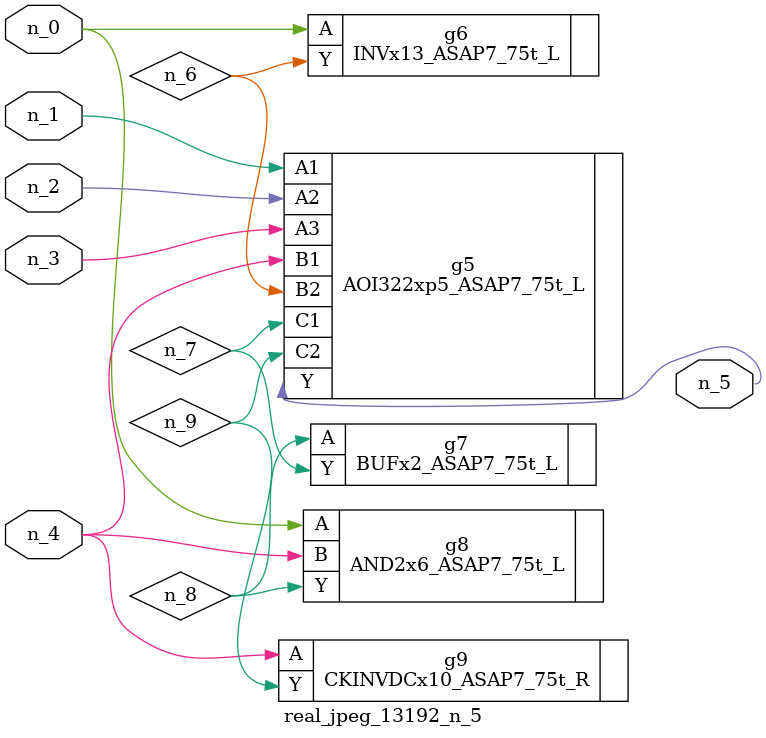
<source format=v>
module real_jpeg_13192_n_5 (n_4, n_0, n_1, n_2, n_3, n_5);

input n_4;
input n_0;
input n_1;
input n_2;
input n_3;

output n_5;

wire n_8;
wire n_6;
wire n_7;
wire n_9;

INVx13_ASAP7_75t_L g6 ( 
.A(n_0),
.Y(n_6)
);

AND2x6_ASAP7_75t_L g8 ( 
.A(n_0),
.B(n_4),
.Y(n_8)
);

AOI322xp5_ASAP7_75t_L g5 ( 
.A1(n_1),
.A2(n_2),
.A3(n_3),
.B1(n_4),
.B2(n_6),
.C1(n_7),
.C2(n_9),
.Y(n_5)
);

CKINVDCx10_ASAP7_75t_R g9 ( 
.A(n_4),
.Y(n_9)
);

BUFx2_ASAP7_75t_L g7 ( 
.A(n_8),
.Y(n_7)
);


endmodule
</source>
